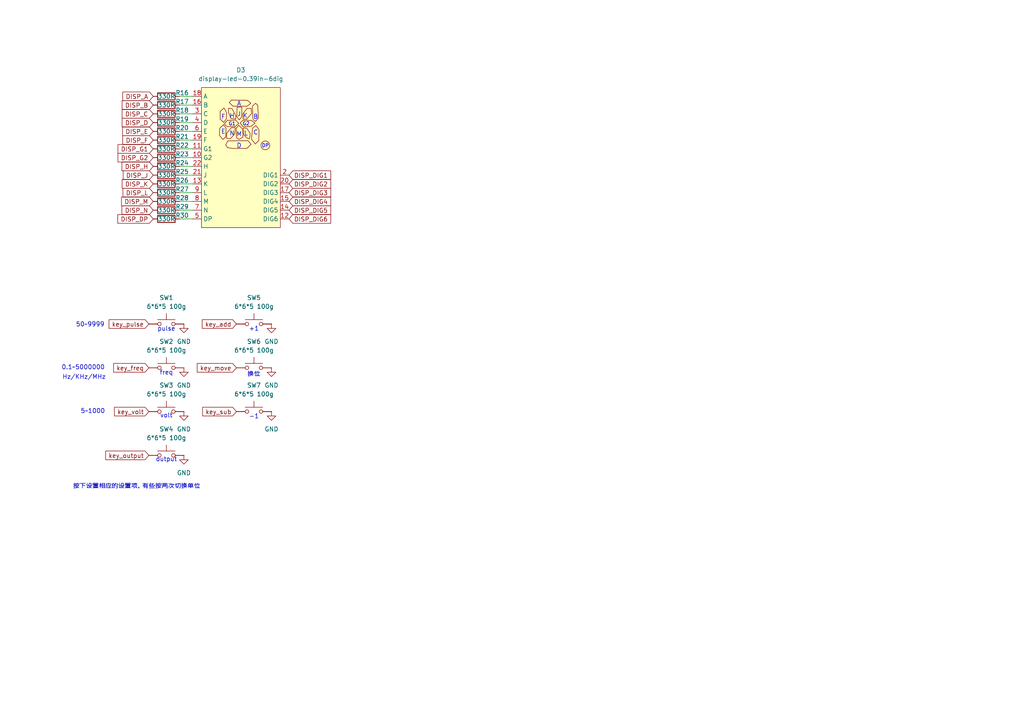
<source format=kicad_sch>
(kicad_sch (version 20231120) (generator "eeschema") (generator_version "8.0")
  (paper "A4")
  (lib_symbols
    (symbol "Device:R" (pin_numbers hide) (pin_names (offset 0))
      (property "Reference" "R" (at 2.032 0 90))
      (property "Value" "R" (at 0 0 90))
      (symbol "R_0_1"
        (rectangle (start -1.016 -2.54) (end 1.016 2.54) (stroke (width 0.254)))
      )
      (symbol "R_1_1"
        (pin passive line (at 0 3.81 270) (length 1.27) (name "~") (number "1"))
        (pin passive line (at 0 -3.81 90) (length 1.27) (name "~") (number "2"))
      )
    )
    (symbol "NewLib:display-led-0.39in-6dig"
      (property "Reference" "D" (at 3.556 6.096 0))
      (property "Value" "display-led-0.39in-6dig" (at 14.986 4.064 0))
      (symbol "display-led-0.39in-6dig_1_1"
        (polyline (pts (xy 13.3978 -8.4451) (xy 14.4717 -9.4719)))
        (polyline (pts (xy 12.8796 -3.132) (xy 14.2738 -3.1415) (xy 14.2173 -5.9393) (xy 13.5202 -6.8436) (xy 12.7854 -5.8639) (xy 12.8891 -3.1415)))
        (polyline (pts (xy 13.3978 -8.4263) (xy 12.6347 -9.1705) (xy 12.6818 -11.9683) (xy 13.4354 -12.4958) (xy 14.6036 -11.8364) (xy 14.4246 -9.4908)))
        (polyline (pts (xy 8.9137 -8.2096) (xy 9.6861 -9.227) (xy 9.5919 -11.7611) (xy 8.7724 -12.5147) (xy 7.755 -11.29) (xy 7.8586 -9.2552) (xy 8.9325 -8.2473)))
        (polyline (pts (xy 9.0361 -7.5596) (xy 9.7709 -6.5516) (xy 9.8369 -4.7806) (xy 9.1115 -3.3581) (xy 7.9811 -4.3944) (xy 7.9905 -6.6458) (xy 9.0738 -7.5879)))
        (polyline (pts (xy 10.6282 -1.7472) (xy 11.2876 -1.0878) (xy 15.8659 -1.1443) (xy 16.8739 -2.0299) (xy 15.7434 -2.8683) (xy 11.6927 -2.8588) (xy 10.6093 -1.8038)))
        (polyline (pts (xy 12.2296 -9.0857) (xy 11.2405 -9.0763) (xy 9.8651 -10.6966) (xy 9.8557 -12.1944) (xy 10.8919 -12.3357) (xy 12.2014 -10.9132) (xy 12.3333 -9.1139)))
        (polyline (pts (xy 12.4934 -6.5045) (xy 12.5217 -5.6096) (xy 11.4289 -3.5842) (xy 10.4303 -3.4429) (xy 10.3927 -4.6581) (xy 11.118 -6.4574) (xy 12.4934 -6.5799)))
        (polyline (pts (xy 13.2941 -7.9176) (xy 12.3615 -8.7466) (xy 9.9593 -8.7654) (xy 9.2151 -8.0023) (xy 10.063 -6.9661) (xy 12.4651 -6.9002) (xy 13.3883 -7.8893)))
        (polyline (pts (xy 13.7746 -7.7292) (xy 14.547 -6.9473) (xy 17.0528 -6.985) (xy 18.0891 -7.7857) (xy 16.8644 -8.7654) (xy 14.6036 -8.7748) (xy 13.7651 -7.7668)))
        (polyline (pts (xy 14.6883 -6.5893) (xy 15.6869 -6.627) (xy 17.0811 -4.9502) (xy 16.9586 -3.4617) (xy 15.6775 -3.6031) (xy 14.547 -5.082) (xy 14.5941 -6.5234)))
        (polyline (pts (xy 17.5521 -6.7589) (xy 18.2681 -7.2676) (xy 19.0688 -6.2784) (xy 18.871 -2.548) (xy 18.2304 -2.011) (xy 17.3449 -2.8588) (xy 17.4768 -6.5799)))
        (polyline (pts (xy 18.3057 -8.4639) (xy 17.3637 -9.3024) (xy 17.0528 -12.4016) (xy 18.1644 -13.8241) (xy 19.1818 -12.8161) (xy 19.2478 -9.6697) (xy 18.3905 -8.5205)))
        (polyline (pts (xy 10.2702 -12.9198) (xy 16.0637 -12.8632) (xy 16.9398 -13.9183) (xy 15.7057 -15.1147) (xy 11.5608 -15.1053) (xy 10.1195 -14.8886) (xy 9.5919 -14.1161) (xy 10.2043 -12.8821)))
        (polyline (pts (xy 14.732 -9.144) (xy 14.8014 -10.3951) (xy 14.8296 -11.2053) (xy 15.9695 -12.2227) (xy 16.4217 -12.3169) (xy 16.6383 -11.5067) (xy 16.6666 -10.7908) (xy 15.7057 -9.2552) (xy 14.7731 -9.1328)))
        (rectangle (start 2.54 2.54) (end 25.4 -38.1) (fill (type background)))
        (circle (center 21.082 -14.224) (radius 1.27))
        (text "A" (at 13.462 -2.032 0) (effects (font (size 1.27 1.27))))
        (text "B" (at 18.288 -5.842 0) (effects (font (size 1.27 1.27))))
        (text "C" (at 18.288 -10.414 0) (effects (font (size 1.27 1.27))))
        (text "D" (at 13.462 -14.224 0) (effects (font (size 1.27 1.27))))
        (text "DP" (at 21.082 -14.224 0) (effects (font (size 1 1))))
        (text "E" (at 8.89 -10.16 0) (effects (font (size 1.27 1.27))))
        (text "F" (at 8.89 -5.842 0) (effects (font (size 1.27 1.27))))
        (text "G1" (at 11.43 -7.874 0) (effects (font (size 1 1))))
        (text "G2" (at 15.494 -7.874 0) (effects (font (size 1 1))))
        (text "H" (at 11.43 -5.588 0) (effects (font (size 1.27 1.27))))
        (text "J" (at 13.462 -5.08 0) (effects (font (size 1.27 1.27))))
        (text "K" (at 15.24 -5.588 0) (effects (font (size 1.27 1.27))))
        (text "L" (at 15.494 -10.668 0) (effects (font (size 1.27 1.27))))
        (text "M" (at 13.462 -10.922 0) (effects (font (size 1.27 1.27))))
        (text "N" (at 11.43 -10.668 0) (effects (font (size 1.27 1.27))))
        (pin passive line (at 0 -17.78 0) (length 2.54) (name "G2") (number "10"))
        (pin passive line (at 0 -15.24 0) (length 2.54) (name "G1") (number "11"))
        (pin passive line (at 27.94 -35.56 180) (length 2.54) (name "DIG6") (number "12"))
        (pin passive line (at 0 -25.4 0) (length 2.54) (name "K") (number "13"))
        (pin passive line (at 27.94 -33.02 180) (length 2.54) (name "DIG5") (number "14"))
        (pin passive line (at 27.94 -30.48 180) (length 2.54) (name "DIG4") (number "15"))
        (pin passive line (at 0 -2.54 0) (length 2.54) (name "B") (number "16"))
        (pin passive line (at 27.94 -27.94 180) (length 2.54) (name "DIG3") (number "17"))
        (pin passive line (at 0 0 0) (length 2.54) (name "A") (number "18"))
        (pin passive line (at 0 -12.7 0) (length 2.54) (name "F") (number "19"))
        (pin passive line (at 27.94 -22.86 180) (length 2.54) (name "DIG1") (number "2"))
        (pin passive line (at 27.94 -25.4 180) (length 2.54) (name "DIG2") (number "20"))
        (pin passive line (at 0 -22.86 0) (length 2.54) (name "J") (number "21"))
        (pin passive line (at 0 -20.32 0) (length 2.54) (name "H") (number "22"))
        (pin passive line (at 0 -5.08 0) (length 2.54) (name "C") (number "3"))
        (pin passive line (at 0 -7.62 0) (length 2.54) (name "D") (number "4"))
        (pin passive line (at 0 -35.56 0) (length 2.54) (name "DP") (number "5"))
        (pin passive line (at 0 -10.16 0) (length 2.54) (name "E") (number "6"))
        (pin passive line (at 0 -33.02 0) (length 2.54) (name "N") (number "7"))
        (pin passive line (at 0 -30.48 0) (length 2.54) (name "M") (number "8"))
        (pin passive line (at 0 -27.94 0) (length 2.54) (name "L") (number "9"))
      )
    )
    (symbol "Switch:SW_Push" (pin_numbers hide) (pin_names (offset 1.016) hide)
      (property "Reference" "SW" (at 1.27 2.54 0))
      (property "Value" "SW_Push" (at 0 -1.524 0))
      (symbol "SW_Push_0_1"
        (circle (center -2.032 0) (radius 0.508))
        (polyline (pts (xy 0 1.27) (xy 0 3.048)))
        (polyline (pts (xy 2.54 1.27) (xy -2.54 1.27)))
        (circle (center 2.032 0) (radius 0.508))
        (pin passive line (at -5.08 0 0) (length 2.54) (name "1") (number "1"))
        (pin passive line (at 5.08 0 180) (length 2.54) (name "2") (number "2"))
      )
    )
    (symbol "power:GND" (power) (pin_numbers hide) (pin_names (offset 0) hide)
      (property "Value" "GND" (at 0 -3.81 0))
      (symbol "GND_0_1"
        (polyline (pts (xy 0 0) (xy 0 -1.27) (xy 1.27 -1.27) (xy 0 -2.54) (xy -1.27 -1.27) (xy 0 -1.27)))
      )
      (symbol "GND_1_1"
        (pin power_in line (at 0 0 270) (length 0) (name "~") (number "1"))
      )
    )
  )
  (wire (pts (xy 52.07 33.02) (xy 55.88 33.02)))
  (wire (pts (xy 52.07 48.26) (xy 55.88 48.26)))
  (wire (pts (xy 52.07 58.42) (xy 55.88 58.42)))
  (wire (pts (xy 52.07 38.1) (xy 55.88 38.1)))
  (wire (pts (xy 52.07 50.8) (xy 55.88 50.8)))
  (wire (pts (xy 52.07 27.94) (xy 55.88 27.94)))
  (wire (pts (xy 52.07 55.88) (xy 55.88 55.88)))
  (wire (pts (xy 52.07 63.5) (xy 55.88 63.5)))
  (wire (pts (xy 52.07 53.34) (xy 55.88 53.34)))
  (wire (pts (xy 52.07 45.72) (xy 55.88 45.72)))
  (wire (pts (xy 52.07 40.64) (xy 55.88 40.64)))
  (wire (pts (xy 52.07 30.48) (xy 55.88 30.48)))
  (wire (pts (xy 52.07 43.18) (xy 55.88 43.18)))
  (wire (pts (xy 52.07 35.56) (xy 55.88 35.56)))
  (wire (pts (xy 52.07 60.96) (xy 55.88 60.96)))
  (text "output" (at 48.26 133.35 0) (effects (font (size 1.27 1.27))))
  (text "+1" (at 73.66 95.504 0) (effects (font (size 1.27 1.27))))
  (text "freq" (at 48.26 108.204 0) (effects (font (size 1.27 1.27))))
  (text "50~9999" (at 26.162 94.234 0) (effects (font (size 1.27 1.27))))
  (text "volt" (at 48.26 120.65 0) (effects (font (size 1.27 1.27))))
  (text "0.1~5000000" (at 24.13 106.68 0) (effects (font (size 1.27 1.27))))
  (text "5~1000" (at 26.924 119.38 0) (effects (font (size 1.27 1.27))))
  (text "Hz/KHz/MHz" (at 24.384 109.474 0) (effects (font (size 1.27 1.27))))
  (text "按下设置相应的设置项，有些按两次切换单位\n" (at 21.082 140.462 0) (effects (font (size 1.27 1.27)) (justify left top)))
  (text "-1" (at 73.66 120.904 0) (effects (font (size 1.27 1.27))))
  (text "pulse" (at 48.26 95.504 0) (effects (font (size 1.27 1.27))))
  (text "换位" (at 73.66 108.712 0) (effects (font (size 1.27 1.27))))
  (global_label "DISP_E" (shape input) (at 44.45 38.1 180) (property "Intersheetrefs" "${INTERSHEET_REFS}" (effects (hide yes))))
  (global_label "key_output" (shape input) (at 43.18 132.08 180) (property "Intersheetrefs" "${INTERSHEET_REFS}" (effects (hide yes))))
  (global_label "DISP_C" (shape input) (at 44.45 33.02 180) (property "Intersheetrefs" "${INTERSHEET_REFS}" (effects (hide yes))))
  (global_label "DISP_B" (shape input) (at 44.45 30.48 180) (property "Intersheetrefs" "${INTERSHEET_REFS}" (effects (hide yes))))
  (global_label "DISP_M" (shape input) (at 44.45 58.42 180) (property "Intersheetrefs" "${INTERSHEET_REFS}" (effects (hide yes))))
  (global_label "DISP_DIG4" (shape input) (at 83.82 58.42 0) (property "Intersheetrefs" "${INTERSHEET_REFS}" (effects (hide yes))))
  (global_label "DISP_K" (shape input) (at 44.45 53.34 180) (property "Intersheetrefs" "${INTERSHEET_REFS}" (effects (hide yes))))
  (global_label "DISP_L" (shape input) (at 44.45 55.88 180) (property "Intersheetrefs" "${INTERSHEET_REFS}" (effects (hide yes))))
  (global_label "DISP_DIG3" (shape input) (at 83.82 55.88 0) (property "Intersheetrefs" "${INTERSHEET_REFS}" (effects (hide yes))))
  (global_label "DISP_A" (shape input) (at 44.45 27.94 180) (property "Intersheetrefs" "${INTERSHEET_REFS}" (effects (hide yes))))
  (global_label "DISP_DIG5" (shape input) (at 83.82 60.96 0) (property "Intersheetrefs" "${INTERSHEET_REFS}" (effects (hide yes))))
  (global_label "DISP_N" (shape input) (at 44.45 60.96 180) (property "Intersheetrefs" "${INTERSHEET_REFS}" (effects (hide yes))))
  (global_label "DISP_F" (shape input) (at 44.45 40.64 180) (property "Intersheetrefs" "${INTERSHEET_REFS}" (effects (hide yes))))
  (global_label "key_volt" (shape input) (at 43.18 119.38 180) (property "Intersheetrefs" "${INTERSHEET_REFS}" (effects (hide yes))))
  (global_label "DISP_D" (shape input) (at 44.45 35.56 180) (property "Intersheetrefs" "${INTERSHEET_REFS}" (effects (hide yes))))
  (global_label "DISP_H" (shape input) (at 44.45 48.26 180) (property "Intersheetrefs" "${INTERSHEET_REFS}" (effects (hide yes))))
  (global_label "DISP_J" (shape input) (at 44.45 50.8 180) (property "Intersheetrefs" "${INTERSHEET_REFS}" (effects (hide yes))))
  (global_label "key_move" (shape input) (at 68.58 106.68 180) (property "Intersheetrefs" "${INTERSHEET_REFS}" (effects (hide yes))))
  (global_label "DISP_DIG2" (shape input) (at 83.82 53.34 0) (property "Intersheetrefs" "${INTERSHEET_REFS}" (effects (hide yes))))
  (global_label "DISP_DP" (shape input) (at 44.45 63.5 180) (property "Intersheetrefs" "${INTERSHEET_REFS}" (effects (hide yes))))
  (global_label "key_sub" (shape input) (at 68.58 119.38 180) (property "Intersheetrefs" "${INTERSHEET_REFS}" (effects (hide yes))))
  (global_label "DISP_DIG1" (shape input) (at 83.82 50.8 0) (property "Intersheetrefs" "${INTERSHEET_REFS}" (effects (hide yes))))
  (global_label "key_freq" (shape input) (at 43.18 106.68 180) (property "Intersheetrefs" "${INTERSHEET_REFS}" (effects (hide yes))))
  (global_label "DISP_G2" (shape input) (at 44.45 45.72 180) (property "Intersheetrefs" "${INTERSHEET_REFS}" (effects (hide yes))))
  (global_label "DISP_DIG6" (shape input) (at 83.82 63.5 0) (property "Intersheetrefs" "${INTERSHEET_REFS}" (effects (hide yes))))
  (global_label "key_add" (shape input) (at 68.58 93.98 180) (property "Intersheetrefs" "${INTERSHEET_REFS}" (effects (hide yes))))
  (global_label "DISP_G1" (shape input) (at 44.45 43.18 180) (property "Intersheetrefs" "${INTERSHEET_REFS}" (effects (hide yes))))
  (global_label "key_pulse" (shape input) (at 43.18 93.98 180) (property "Intersheetrefs" "${INTERSHEET_REFS}" (effects (hide yes))))
  (symbol (lib_id "power:GND") (at 78.74 119.38 0) (unit 1)
    (property "Reference" "#PWR045" (effects (hide yes)))
    (property "Value" "GND" (at 78.74 124.46 0))
    (property "Description" "Power symbol creates a global label with name \"GND\" , ground" (effects (hide yes)))
  )
  (symbol (lib_id "Device:R") (at 48.26 30.48 90) (unit 1)
    (property "Reference" "R17" (at 52.832 29.464 90))
    (property "Value" "330R" (at 48.26 30.48 90))
    (property "Footprint" "Resistor_SMD:R_0402_1005Metric" (effects (hide yes)))
    (property "Description" "Resistor" (effects (hide yes)))
  )
  (symbol (lib_id "Switch:SW_Push") (at 48.26 106.68 0) (unit 1)
    (property "Reference" "SW2" (at 48.26 99.06 0))
    (property "Value" "6*6*5 100g" (at 48.26 101.6 0))
    (property "Footprint" "Button_Switch_SMD:SW_SPST_PTS645" (effects (hide yes)))
    (property "Description" "Push button switch, generic, two pins" (effects (hide yes)))
  )
  (symbol (lib_id "Switch:SW_Push") (at 48.26 119.38 0) (unit 1)
    (property "Reference" "SW3" (at 48.26 111.76 0))
    (property "Value" "6*6*5 100g" (at 48.26 114.3 0))
    (property "Footprint" "Button_Switch_SMD:SW_SPST_PTS645" (effects (hide yes)))
    (property "Description" "Push button switch, generic, two pins" (effects (hide yes)))
  )
  (symbol (lib_id "Device:R") (at 48.26 58.42 90) (unit 1)
    (property "Reference" "R28" (at 52.832 57.404 90))
    (property "Value" "330R" (at 48.26 58.42 90))
    (property "Footprint" "Resistor_SMD:R_0402_1005Metric" (effects (hide yes)))
    (property "Description" "Resistor" (effects (hide yes)))
  )
  (symbol (lib_id "Device:R") (at 48.26 40.64 90) (unit 1)
    (property "Reference" "R21" (at 52.832 39.624 90))
    (property "Value" "330R" (at 48.26 40.64 90))
    (property "Footprint" "Resistor_SMD:R_0402_1005Metric" (effects (hide yes)))
    (property "Description" "Resistor" (effects (hide yes)))
  )
  (symbol (lib_id "Device:R") (at 48.26 63.5 90) (unit 1)
    (property "Reference" "R30" (at 52.832 62.484 90))
    (property "Value" "330R" (at 48.26 63.5 90))
    (property "Footprint" "Resistor_SMD:R_0402_1005Metric" (effects (hide yes)))
    (property "Description" "Resistor" (effects (hide yes)))
  )
  (symbol (lib_id "Device:R") (at 48.26 27.94 90) (unit 1)
    (property "Reference" "R16" (at 52.832 26.924 90))
    (property "Value" "330R" (at 48.26 27.94 90))
    (property "Footprint" "Resistor_SMD:R_0402_1005Metric" (effects (hide yes)))
    (property "Description" "Resistor" (effects (hide yes)))
  )
  (symbol (lib_id "Device:R") (at 48.26 55.88 90) (unit 1)
    (property "Reference" "R27" (at 52.832 54.864 90))
    (property "Value" "330R" (at 48.26 55.88 90))
    (property "Footprint" "Resistor_SMD:R_0402_1005Metric" (effects (hide yes)))
    (property "Description" "Resistor" (effects (hide yes)))
  )
  (symbol (lib_id "Switch:SW_Push") (at 73.66 106.68 0) (unit 1)
    (property "Reference" "SW6" (at 73.66 99.06 0))
    (property "Value" "6*6*5 100g" (at 73.66 101.6 0))
    (property "Footprint" "Button_Switch_SMD:SW_SPST_PTS645" (effects (hide yes)))
    (property "Description" "Push button switch, generic, two pins" (effects (hide yes)))
  )
  (symbol (lib_id "power:GND") (at 53.34 132.08 0) (unit 1)
    (property "Reference" "#PWR044" (effects (hide yes)))
    (property "Value" "GND" (at 53.34 137.16 0))
    (property "Description" "Power symbol creates a global label with name \"GND\" , ground" (effects (hide yes)))
  )
  (symbol (lib_id "Device:R") (at 48.26 35.56 90) (unit 1)
    (property "Reference" "R19" (at 52.832 34.544 90))
    (property "Value" "330R" (at 48.26 35.56 90))
    (property "Footprint" "Resistor_SMD:R_0402_1005Metric" (effects (hide yes)))
    (property "Description" "Resistor" (effects (hide yes)))
  )
  (symbol (lib_id "power:GND") (at 53.34 93.98 0) (unit 1)
    (property "Reference" "#PWR041" (effects (hide yes)))
    (property "Value" "GND" (at 53.34 99.06 0))
    (property "Description" "Power symbol creates a global label with name \"GND\" , ground" (effects (hide yes)))
  )
  (symbol (lib_id "Device:R") (at 48.26 60.96 90) (unit 1)
    (property "Reference" "R29" (at 52.832 59.944 90))
    (property "Value" "330R" (at 48.26 60.96 90))
    (property "Footprint" "Resistor_SMD:R_0402_1005Metric" (effects (hide yes)))
    (property "Description" "Resistor" (effects (hide yes)))
  )
  (symbol (lib_id "Switch:SW_Push") (at 48.26 132.08 0) (unit 1)
    (property "Reference" "SW4" (at 48.26 124.46 0))
    (property "Value" "6*6*5 100g" (at 48.26 127 0))
    (property "Footprint" "Button_Switch_SMD:SW_SPST_PTS645" (effects (hide yes)))
    (property "Description" "Push button switch, generic, two pins" (effects (hide yes)))
  )
  (symbol (lib_id "power:GND") (at 78.74 106.68 0) (unit 1)
    (property "Reference" "#PWR046" (effects (hide yes)))
    (property "Value" "GND" (at 78.74 111.76 0))
    (property "Description" "Power symbol creates a global label with name \"GND\" , ground" (effects (hide yes)))
  )
  (symbol (lib_id "Switch:SW_Push") (at 48.26 93.98 0) (unit 1)
    (property "Reference" "SW1" (at 48.26 86.36 0))
    (property "Value" "6*6*5 100g" (at 48.26 88.9 0))
    (property "Footprint" "Button_Switch_SMD:SW_SPST_PTS645" (effects (hide yes)))
    (property "Description" "Push button switch, generic, two pins" (effects (hide yes)))
  )
  (symbol (lib_id "power:GND") (at 53.34 106.68 0) (unit 1)
    (property "Reference" "#PWR042" (effects (hide yes)))
    (property "Value" "GND" (at 53.34 111.76 0))
    (property "Description" "Power symbol creates a global label with name \"GND\" , ground" (effects (hide yes)))
  )
  (symbol (lib_id "Switch:SW_Push") (at 73.66 93.98 0) (unit 1)
    (property "Reference" "SW5" (at 73.66 86.36 0))
    (property "Value" "6*6*5 100g" (at 73.66 88.9 0))
    (property "Footprint" "Button_Switch_SMD:SW_SPST_PTS645" (effects (hide yes)))
    (property "Description" "Push button switch, generic, two pins" (effects (hide yes)))
  )
  (symbol (lib_id "Device:R") (at 48.26 45.72 90) (unit 1)
    (property "Reference" "R23" (at 52.832 44.704 90))
    (property "Value" "330R" (at 48.26 45.72 90))
    (property "Footprint" "Resistor_SMD:R_0402_1005Metric" (effects (hide yes)))
    (property "Description" "Resistor" (effects (hide yes)))
  )
  (symbol (lib_id "Device:R") (at 48.26 48.26 90) (unit 1)
    (property "Reference" "R24" (at 52.832 47.244 90))
    (property "Value" "330R" (at 48.26 48.26 90))
    (property "Footprint" "Resistor_SMD:R_0402_1005Metric" (effects (hide yes)))
    (property "Description" "Resistor" (effects (hide yes)))
  )
  (symbol (lib_id "Device:R") (at 48.26 50.8 90) (unit 1)
    (property "Reference" "R25" (at 52.832 49.784 90))
    (property "Value" "330R" (at 48.26 50.8 90))
    (property "Footprint" "Resistor_SMD:R_0402_1005Metric" (effects (hide yes)))
    (property "Description" "Resistor" (effects (hide yes)))
  )
  (symbol (lib_id "Device:R") (at 48.26 38.1 90) (unit 1)
    (property "Reference" "R20" (at 52.832 37.084 90))
    (property "Value" "330R" (at 48.26 38.1 90))
    (property "Footprint" "Resistor_SMD:R_0402_1005Metric" (effects (hide yes)))
    (property "Description" "Resistor" (effects (hide yes)))
  )
  (symbol (lib_id "power:GND") (at 78.74 93.98 0) (unit 1)
    (property "Reference" "#PWR047" (effects (hide yes)))
    (property "Value" "GND" (at 78.74 99.06 0))
    (property "Description" "Power symbol creates a global label with name \"GND\" , ground" (effects (hide yes)))
  )
  (symbol (lib_id "power:GND") (at 53.34 119.38 0) (unit 1)
    (property "Reference" "#PWR043" (effects (hide yes)))
    (property "Value" "GND" (at 53.34 124.46 0))
    (property "Description" "Power symbol creates a global label with name \"GND\" , ground" (effects (hide yes)))
  )
  (symbol (lib_id "NewLib:display-led-0.39in-6dig") (at 55.88 27.94 0) (unit 1)
    (property "Reference" "D3" (at 69.85 20.32 0))
    (property "Value" "display-led-0.39in-6dig" (at 69.85 22.86 0))
    (property "Footprint" "NewLib:display-led-0.39in-6dig" (effects (hide yes)))
  )
  (symbol (lib_id "Switch:SW_Push") (at 73.66 119.38 0) (unit 1)
    (property "Reference" "SW7" (at 73.66 111.76 0))
    (property "Value" "6*6*5 100g" (at 73.66 114.3 0))
    (property "Footprint" "Button_Switch_SMD:SW_SPST_PTS645" (effects (hide yes)))
    (property "Description" "Push button switch, generic, two pins" (effects (hide yes)))
  )
  (symbol (lib_id "Device:R") (at 48.26 43.18 90) (unit 1)
    (property "Reference" "R22" (at 52.832 42.164 90))
    (property "Value" "330R" (at 48.26 43.18 90))
    (property "Footprint" "Resistor_SMD:R_0402_1005Metric" (effects (hide yes)))
    (property "Description" "Resistor" (effects (hide yes)))
  )
  (symbol (lib_id "Device:R") (at 48.26 53.34 90) (unit 1)
    (property "Reference" "R26" (at 52.832 52.324 90))
    (property "Value" "330R" (at 48.26 53.34 90))
    (property "Footprint" "Resistor_SMD:R_0402_1005Metric" (effects (hide yes)))
    (property "Description" "Resistor" (effects (hide yes)))
  )
  (symbol (lib_id "Device:R") (at 48.26 33.02 90) (unit 1)
    (property "Reference" "R18" (at 52.832 32.004 90))
    (property "Value" "330R" (at 48.26 33.02 90))
    (property "Footprint" "Resistor_SMD:R_0402_1005Metric" (effects (hide yes)))
    (property "Description" "Resistor" (effects (hide yes)))
  )
)
</source>
